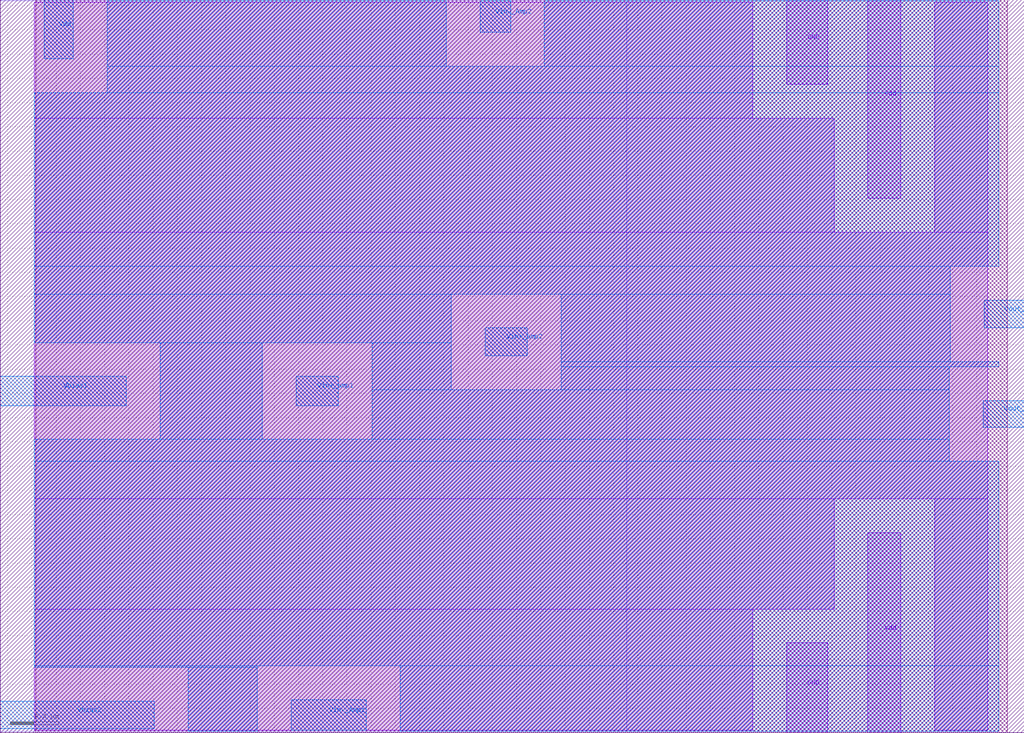
<source format=lef>
VERSION 5.7 ;
  NOWIREEXTENSIONATPIN ON ;
  DIVIDERCHAR "/" ;
  BUSBITCHARS "[]" ;
UNITS
  DATABASE MICRONS 200 ;
END UNITS

LAYER via2
  TYPE CUT ;
END via2

LAYER via
  TYPE CUT ;
END via

LAYER nwell
  TYPE MASTERSLICE ;
END nwell

LAYER via3
  TYPE CUT ;
END via3

LAYER pwell
  TYPE MASTERSLICE ;
END pwell

LAYER via4
  TYPE CUT ;
END via4

LAYER mcon
  TYPE CUT ;
END mcon

LAYER met6
  TYPE ROUTING ;
  WIDTH 0.030000 ;
  SPACING 0.040000 ;
  DIRECTION HORIZONTAL ;
END met6

LAYER met1
  TYPE ROUTING ;
  WIDTH 0.140000 ;
  SPACING 0.140000 ;
  DIRECTION HORIZONTAL ;
END met1

LAYER met3
  TYPE ROUTING ;
  WIDTH 0.300000 ;
  SPACING 0.300000 ;
  DIRECTION HORIZONTAL ;
END met3

LAYER met2
  TYPE ROUTING ;
  WIDTH 0.140000 ;
  SPACING 0.140000 ;
  DIRECTION HORIZONTAL ;
END met2

LAYER met4
  TYPE ROUTING ;
  WIDTH 0.300000 ;
  SPACING 0.300000 ;
  DIRECTION HORIZONTAL ;
END met4

LAYER met5
  TYPE ROUTING ;
  WIDTH 1.600000 ;
  SPACING 1.600000 ;
  DIRECTION HORIZONTAL ;
END met5

LAYER li1
  TYPE ROUTING ;
  WIDTH 0.170000 ;
  SPACING 0.170000 ;
  DIRECTION HORIZONTAL ;
END li1

MACRO sky130_hilas_TA2SignalBiasCell
  CLASS BLOCK ;
  FOREIGN sky130_hilas_TA2SignalBiasCell ;
  ORIGIN 5.260 -1.400 ;
  SIZE 8.450 BY 6.050 ;
  PIN Vout_Amp2
    USE ANALOG ;
    PORT
      LAYER met2 ;
        RECT 2.860 4.740 3.190 4.970 ;
    END
  END Vout_Amp2
  PIN Vout_Amp1
    USE ANALOG ;
    PORT
      LAYER met2 ;
        RECT 2.850 3.920 3.190 4.140 ;
    END
  END Vout_Amp1
  PIN GND
    USE GROUND ;
    PORT
      LAYER met1 ;
        RECT 1.230 1.400 1.570 2.140 ;
    END
    PORT
      LAYER met1 ;
        RECT 1.230 6.750 1.570 7.450 ;
    END
  END GND
  PIN Vdd
    USE POWER ;
    PORT
      LAYER met1 ;
        RECT 1.900 1.400 2.170 3.050 ;
    END
    PORT
      LAYER met1 ;
        RECT 1.900 5.810 2.170 7.450 ;
    END
    PORT
      LAYER met2 ;
        RECT -4.900 6.960 -4.660 7.450 ;
    END
  END Vdd
  PIN Vin-_Amp2
    USE ANALOG ;
    PORT
      LAYER met2 ;
        RECT -1.300 7.180 -1.050 7.440 ;
    END
  END Vin-_Amp2
  PIN Vin+_amp2
    USE ANALOG ;
    PORT
      LAYER met2 ;
        RECT -1.260 4.510 -0.910 4.740 ;
    END
  END Vin+_amp2
  PIN Vin+_amp1
    USE ANALOG ;
    PORT
      LAYER met2 ;
        RECT -2.820 4.100 -2.470 4.340 ;
    END
  END Vin+_amp1
  PIN Vin-_Amp1
    USE ANALOG ;
    PORT
      LAYER met2 ;
        RECT -2.860 1.420 -2.240 1.670 ;
    END
  END Vin-_Amp1
  PIN Vbias2
    USE ANALOG ;
    PORT
      LAYER met2 ;
        RECT -5.260 1.430 -3.990 1.660 ;
    END
  END Vbias2
  PIN Vbias1
    USE ANALOG ;
    PORT
      LAYER met2 ;
        RECT -5.260 4.100 -4.220 4.340 ;
    END
  END Vbias1
  OBS
      LAYER nwell ;
        RECT -5.260 7.440 -1.650 7.450 ;
        RECT -5.260 1.410 -0.090 7.440 ;
      LAYER li1 ;
        RECT -4.970 1.400 3.050 7.450 ;
      LAYER met1 ;
        RECT -4.980 6.470 0.950 7.430 ;
        RECT -4.980 5.530 1.620 6.470 ;
        RECT 2.450 5.530 2.890 7.430 ;
        RECT -4.980 3.330 2.890 5.530 ;
        RECT -4.980 2.420 1.620 3.330 ;
        RECT -4.980 1.420 0.950 2.420 ;
        RECT 2.450 1.420 2.890 3.330 ;
      LAYER met2 ;
        RECT -4.380 6.900 -1.580 7.440 ;
        RECT -0.770 6.900 2.980 7.440 ;
        RECT -4.380 6.680 2.980 6.900 ;
        RECT -4.980 5.250 2.980 6.680 ;
        RECT -4.980 5.020 2.580 5.250 ;
        RECT -4.980 4.620 -1.540 5.020 ;
        RECT -3.940 3.820 -3.100 4.620 ;
        RECT -2.190 4.230 -1.540 4.620 ;
        RECT -0.630 4.460 2.580 5.020 ;
        RECT -0.630 4.420 2.980 4.460 ;
        RECT -0.630 4.230 2.570 4.420 ;
        RECT -2.190 3.820 2.570 4.230 ;
        RECT -4.980 3.640 2.570 3.820 ;
        RECT -4.980 1.950 2.980 3.640 ;
        RECT -4.980 1.940 -3.140 1.950 ;
        RECT -3.710 1.410 -3.140 1.940 ;
        RECT -1.960 1.410 2.980 1.950 ;
  END
END sky130_hilas_TA2SignalBiasCell
END LIBRARY


</source>
